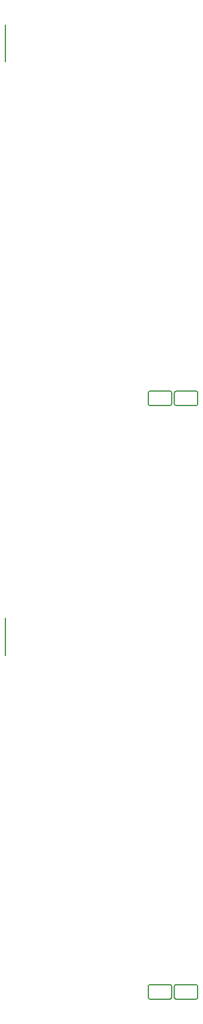
<source format=gbr>
G04 #@! TF.GenerationSoftware,KiCad,Pcbnew,(5.0.0)*
G04 #@! TF.CreationDate,2019-01-02T11:46:48-06:00*
G04 #@! TF.ProjectId,fk-atlas-v0.11-01x02,666B2D61746C61732D76302E31312D30,0.1*
G04 #@! TF.SameCoordinates,Original*
G04 #@! TF.FileFunction,Legend,Bot*
G04 #@! TF.FilePolarity,Positive*
%FSLAX46Y46*%
G04 Gerber Fmt 4.6, Leading zero omitted, Abs format (unit mm)*
G04 Created by KiCad (PCBNEW (5.0.0)) date 01/02/19 11:46:48*
%MOMM*%
%LPD*%
G01*
G04 APERTURE LIST*
%ADD10C,0.152400*%
%ADD11C,0.150000*%
G04 APERTURE END LIST*
D10*
G04 #@! TO.C,J8*
X209046400Y-249350400D02*
X211840400Y-249350400D01*
X208792400Y-247572400D02*
X208792400Y-249096400D01*
X212094400Y-247572400D02*
X212094400Y-249096400D01*
X212094400Y-247572400D02*
G75*
G03X211840400Y-247318400I-254000J0D01*
G01*
X209046400Y-247318400D02*
G75*
G03X208792400Y-247572400I0J-254000D01*
G01*
X209046400Y-249350400D02*
G75*
G02X208792400Y-249096400I0J254000D01*
G01*
X212094400Y-249096400D02*
G75*
G02X211840400Y-249350400I-254000J0D01*
G01*
X211840400Y-247318400D02*
X209046400Y-247318400D01*
G04 #@! TO.C,J3*
X205363400Y-249350400D02*
X208157400Y-249350400D01*
X205109400Y-247572400D02*
G75*
G02X205363400Y-247318400I254000J0D01*
G01*
X208157400Y-247318400D02*
G75*
G02X208411400Y-247572400I0J-254000D01*
G01*
X208157400Y-249350400D02*
G75*
G03X208411400Y-249096400I0J254000D01*
G01*
X205109400Y-249096400D02*
G75*
G03X205363400Y-249350400I254000J0D01*
G01*
X205109400Y-249096400D02*
X205109400Y-247572400D01*
X208411400Y-249096400D02*
X208411400Y-247572400D01*
X208157400Y-247318400D02*
X205363400Y-247318400D01*
D11*
G04 #@! TO.C,J9*
X184969900Y-195883400D02*
X184969900Y-197483400D01*
X184969900Y-199503400D02*
X184969900Y-201103400D01*
X184969900Y-197493400D02*
X184969900Y-199493400D01*
X184969900Y-114223400D02*
X184969900Y-116223400D01*
X184969900Y-116233400D02*
X184969900Y-117833400D01*
X184969900Y-112613400D02*
X184969900Y-114213400D01*
D10*
G04 #@! TO.C,J3*
X208157400Y-164048400D02*
X205363400Y-164048400D01*
X208411400Y-165826400D02*
X208411400Y-164302400D01*
X205109400Y-165826400D02*
X205109400Y-164302400D01*
X205109400Y-165826400D02*
G75*
G03X205363400Y-166080400I254000J0D01*
G01*
X208157400Y-166080400D02*
G75*
G03X208411400Y-165826400I0J254000D01*
G01*
X208157400Y-164048400D02*
G75*
G02X208411400Y-164302400I0J-254000D01*
G01*
X205109400Y-164302400D02*
G75*
G02X205363400Y-164048400I254000J0D01*
G01*
X205363400Y-166080400D02*
X208157400Y-166080400D01*
G04 #@! TO.C,J8*
X211840400Y-164048400D02*
X209046400Y-164048400D01*
X212094400Y-165826400D02*
G75*
G02X211840400Y-166080400I-254000J0D01*
G01*
X209046400Y-166080400D02*
G75*
G02X208792400Y-165826400I0J254000D01*
G01*
X209046400Y-164048400D02*
G75*
G03X208792400Y-164302400I0J-254000D01*
G01*
X212094400Y-164302400D02*
G75*
G03X211840400Y-164048400I-254000J0D01*
G01*
X212094400Y-164302400D02*
X212094400Y-165826400D01*
X208792400Y-164302400D02*
X208792400Y-165826400D01*
X209046400Y-166080400D02*
X211840400Y-166080400D01*
G04 #@! TD*
M02*

</source>
